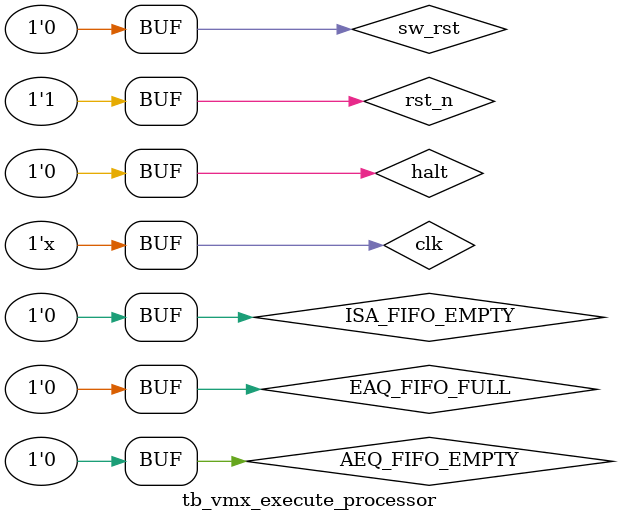
<source format=v>

`timescale 1 ns / 1 ps

module tb_vmx_execute_processor();

reg [63:0] memory [0:15];
reg [31:0] isa [0:15];

reg [1:0] ISA_counter;
reg [1:0] AEQ_counter;
reg [1:0] EAQ_counter;

reg clk;
reg halt;
reg rst_n;
reg sw_rst;

reg ISA_FIFO_EMPTY;
reg AEQ_FIFO_EMPTY;
reg EAQ_FIFO_FULL;

wire ISA_FIFO_RENA;
wire AEQ_FIFO_RENA;
wire EAQ_FIFO_WENA;

wire [31:0] ISA_FIFO_DATA;
wire [63:0] AEQ_FIFO_DATA;
wire [127:0] EAQ_FIFO_DATA;

integer i;

/*
    ISA:0 = load weight
    ISA:1 = compute
*/

initial begin
    clk = 0;
    halt = 0;
    rst_n = 1;
    sw_rst = 0;
    ISA_counter = 0;
    AEQ_counter = 0;
    EAQ_counter = 0;
    ISA_FIFO_EMPTY = 0;
    AEQ_FIFO_EMPTY = 0;
    EAQ_FIFO_FULL = 0;
    isa[16'h0] = {32'd0};
    isa[16'h1] = {32'd1};
    isa[16'h2] = {32'd0};
    isa[16'h3] = {32'd1};
    isa[16'h4] = {32'd0};
    isa[16'h5] = {32'd0};
    isa[16'h6] = {32'd0};
    isa[16'h7] = {32'd0};
    isa[16'h8] = {32'd0};
    isa[16'h9] = {32'd0};
    isa[16'hA] = {32'd0};
    isa[16'hB] = {32'd0};
    isa[16'hC] = {32'd0};
    isa[16'hD] = {32'd0};
    isa[16'hE] = {32'd0};
    isa[16'hF] = {32'd0};
    memory[16'h0] = {16'd1, 16'd2, 16'd3, 16'd4};
    memory[16'h1] = {16'd5, 16'd6, 16'd7, 16'd8};
    memory[16'h2] = {16'd4, 16'd3, 16'd2, 16'd1};
    memory[16'h3] = {16'd8, 16'd7, 16'd6, 16'd5};
    memory[16'h4] = {16'd1, 16'd2, 16'd3, 16'd4};
    memory[16'h5] = {16'd5, 16'd6, 16'd7, 16'd8};
    memory[16'h6] = {16'd4, 16'd3, 16'd2, 16'd1};
    memory[16'h7] = {16'd8, 16'd7, 16'd6, 16'd5};
    memory[16'h8] = {16'd0, 16'd0, 16'd0, 16'd0};
    memory[16'h9] = {16'd0, 16'd0, 16'd0, 16'd0};
    memory[16'hA] = {16'd0, 16'd0, 16'd0, 16'd0};
    memory[16'hB] = {16'd0, 16'd0, 16'd0, 16'd0};
    memory[16'hC] = {16'd0, 16'd0, 16'd0, 16'd0};
    memory[16'hD] = {16'd0, 16'd0, 16'd0, 16'd0};
    memory[16'hE] = {16'd0, 16'd0, 16'd0, 16'd0};
    memory[16'hF] = {16'd0, 16'd0, 16'd0, 16'd0};
    #5
    rst_n = 0;
    #15
    rst_n = 1;
    #105
    halt = 1;
    #100
    halt = 0;
end

always
    #10 clk = ~clk;

always @( posedge clk ) begin
    if (ISA_FIFO_RENA) begin
        ISA_counter = ISA_counter + 1;
    end
    if (AEQ_FIFO_RENA) begin
        AEQ_counter = AEQ_counter + 1;
    end
    if (EAQ_FIFO_WENA) begin
        EAQ_counter = EAQ_counter + 1;
    end
end

assign ISA_FIFO_DATA = isa[ISA_counter];
assign AEQ_FIFO_DATA = memory[AEQ_counter];

vmx_execute_processor vmx(
    .clk(clk),
    .halt(halt),
    .rst_n(rst_n),
    .sw_rst(sw_rst),
    .ISA_FIFO_DATA(ISA_FIFO_DATA),
    .ISA_FIFO_EMPTY(ISA_FIFO_EMPTY),
    .ISA_FIFO_RENA(ISA_FIFO_RENA),
    .AEQ_FIFO_DATA(AEQ_FIFO_DATA),
    .AEQ_FIFO_EMPTY(AEQ_FIFO_EMPTY),
    .AEQ_FIFO_RENA(AEQ_FIFO_RENA),
    .EAQ_FIFO_DATA(EAQ_FIFO_DATA),
    .EAQ_FIFO_FULL(EAQ_FIFO_FULL),
    .EAQ_FIFO_WENA(EAQ_FIFO_WENA)
);

endmodule

</source>
